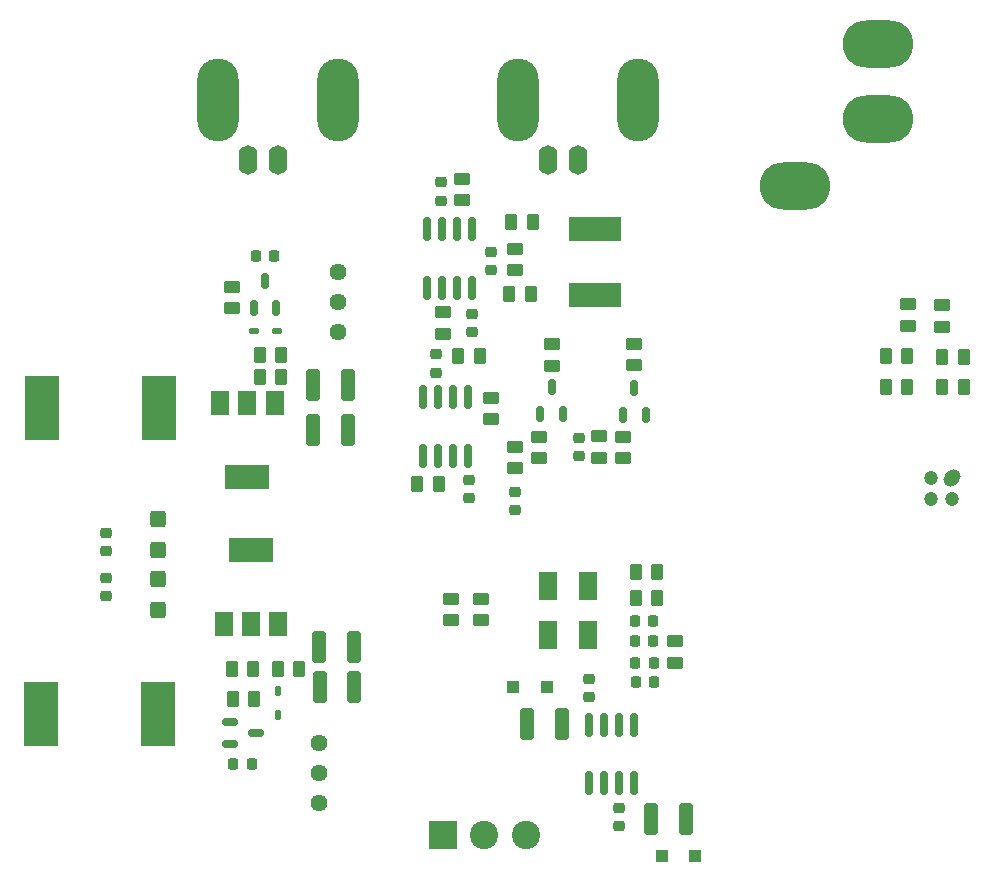
<source format=gbr>
%TF.GenerationSoftware,KiCad,Pcbnew,7.0.10*%
%TF.CreationDate,2024-03-12T19:05:43-04:00*%
%TF.ProjectId,current_controller,63757272-656e-4745-9f63-6f6e74726f6c,rev?*%
%TF.SameCoordinates,Original*%
%TF.FileFunction,Soldermask,Top*%
%TF.FilePolarity,Negative*%
%FSLAX46Y46*%
G04 Gerber Fmt 4.6, Leading zero omitted, Abs format (unit mm)*
G04 Created by KiCad (PCBNEW 7.0.10) date 2024-03-12 19:05:43*
%MOMM*%
%LPD*%
G01*
G04 APERTURE LIST*
G04 Aperture macros list*
%AMRoundRect*
0 Rectangle with rounded corners*
0 $1 Rounding radius*
0 $2 $3 $4 $5 $6 $7 $8 $9 X,Y pos of 4 corners*
0 Add a 4 corners polygon primitive as box body*
4,1,4,$2,$3,$4,$5,$6,$7,$8,$9,$2,$3,0*
0 Add four circle primitives for the rounded corners*
1,1,$1+$1,$2,$3*
1,1,$1+$1,$4,$5*
1,1,$1+$1,$6,$7*
1,1,$1+$1,$8,$9*
0 Add four rect primitives between the rounded corners*
20,1,$1+$1,$2,$3,$4,$5,0*
20,1,$1+$1,$4,$5,$6,$7,0*
20,1,$1+$1,$6,$7,$8,$9,0*
20,1,$1+$1,$8,$9,$2,$3,0*%
%AMHorizOval*
0 Thick line with rounded ends*
0 $1 width*
0 $2 $3 position (X,Y) of the first rounded end (center of the circle)*
0 $4 $5 position (X,Y) of the second rounded end (center of the circle)*
0 Add line between two ends*
20,1,$1,$2,$3,$4,$5,0*
0 Add two circle primitives to create the rounded ends*
1,1,$1,$2,$3*
1,1,$1,$4,$5*%
G04 Aperture macros list end*
%ADD10R,4.500000X2.000000*%
%ADD11RoundRect,0.250000X0.262500X0.450000X-0.262500X0.450000X-0.262500X-0.450000X0.262500X-0.450000X0*%
%ADD12RoundRect,0.250000X-0.425000X0.450000X-0.425000X-0.450000X0.425000X-0.450000X0.425000X0.450000X0*%
%ADD13RoundRect,0.250000X0.325000X1.100000X-0.325000X1.100000X-0.325000X-1.100000X0.325000X-1.100000X0*%
%ADD14RoundRect,0.150000X0.150000X-0.825000X0.150000X0.825000X-0.150000X0.825000X-0.150000X-0.825000X0*%
%ADD15RoundRect,0.225000X-0.250000X0.225000X-0.250000X-0.225000X0.250000X-0.225000X0.250000X0.225000X0*%
%ADD16RoundRect,0.250000X-0.450000X0.262500X-0.450000X-0.262500X0.450000X-0.262500X0.450000X0.262500X0*%
%ADD17RoundRect,0.150000X-0.150000X0.825000X-0.150000X-0.825000X0.150000X-0.825000X0.150000X0.825000X0*%
%ADD18RoundRect,0.225000X0.250000X-0.225000X0.250000X0.225000X-0.250000X0.225000X-0.250000X-0.225000X0*%
%ADD19RoundRect,0.150000X0.150000X-0.512500X0.150000X0.512500X-0.150000X0.512500X-0.150000X-0.512500X0*%
%ADD20C,1.440000*%
%ADD21RoundRect,0.250000X-0.262500X-0.450000X0.262500X-0.450000X0.262500X0.450000X-0.262500X0.450000X0*%
%ADD22RoundRect,0.250000X-0.325000X-1.100000X0.325000X-1.100000X0.325000X1.100000X-0.325000X1.100000X0*%
%ADD23RoundRect,0.250000X0.450000X-0.262500X0.450000X0.262500X-0.450000X0.262500X-0.450000X-0.262500X0*%
%ADD24RoundRect,0.125000X0.275000X0.125000X-0.275000X0.125000X-0.275000X-0.125000X0.275000X-0.125000X0*%
%ADD25R,1.500000X2.000000*%
%ADD26R,3.800000X2.000000*%
%ADD27O,1.600000X2.500000*%
%ADD28O,3.500000X7.000000*%
%ADD29O,6.000000X4.000000*%
%ADD30R,2.900000X5.400000*%
%ADD31RoundRect,0.225000X-0.225000X-0.250000X0.225000X-0.250000X0.225000X0.250000X-0.225000X0.250000X0*%
%ADD32R,2.400000X2.400000*%
%ADD33C,2.400000*%
%ADD34RoundRect,0.225000X0.225000X0.250000X-0.225000X0.250000X-0.225000X-0.250000X0.225000X-0.250000X0*%
%ADD35RoundRect,0.125000X0.125000X-0.275000X0.125000X0.275000X-0.125000X0.275000X-0.125000X-0.275000X0*%
%ADD36HorizOval,1.200000X-0.141421X-0.141421X0.141421X0.141421X0*%
%ADD37C,1.200000*%
%ADD38RoundRect,0.150000X-0.512500X-0.150000X0.512500X-0.150000X0.512500X0.150000X-0.512500X0.150000X0*%
%ADD39R,1.650000X2.410000*%
%ADD40RoundRect,0.250000X-0.300000X-0.300000X0.300000X-0.300000X0.300000X0.300000X-0.300000X0.300000X0*%
G04 APERTURE END LIST*
D10*
%TO.C,L2*%
X100485725Y-62282106D03*
X100485725Y-56682106D03*
%TD*%
D11*
%TO.C,R4*%
X73937500Y-67310000D03*
X72112500Y-67310000D03*
%TD*%
D12*
%TO.C,C7*%
X63500000Y-81200000D03*
X63500000Y-83900000D03*
%TD*%
D13*
%TO.C,C28*%
X80120177Y-95423071D03*
X77170177Y-95423071D03*
%TD*%
D14*
%TO.C,U9*%
X86227500Y-61640702D03*
X87497500Y-61640702D03*
X88767500Y-61640702D03*
X90037500Y-61640702D03*
X90037500Y-56690702D03*
X88767500Y-56690702D03*
X87497500Y-56690702D03*
X86227500Y-56690702D03*
%TD*%
D15*
%TO.C,C13*%
X89800244Y-77936106D03*
X89800244Y-79486106D03*
%TD*%
%TO.C,C12*%
X91688500Y-58631702D03*
X91688500Y-60181702D03*
%TD*%
D16*
%TO.C,R13*%
X107242893Y-91578209D03*
X107242893Y-93403209D03*
%TD*%
%TO.C,R23*%
X93720500Y-58356702D03*
X93720500Y-60181702D03*
%TD*%
%TO.C,R39*%
X93712421Y-75120702D03*
X93712421Y-76945702D03*
%TD*%
%TO.C,R25*%
X88265000Y-87987500D03*
X88265000Y-89812500D03*
%TD*%
D17*
%TO.C,U11*%
X103817687Y-98644558D03*
X102547687Y-98644558D03*
X101277687Y-98644558D03*
X100007687Y-98644558D03*
X100007687Y-103594558D03*
X101277687Y-103594558D03*
X102547687Y-103594558D03*
X103817687Y-103594558D03*
%TD*%
D18*
%TO.C,C4*%
X87451835Y-54293839D03*
X87451835Y-52743839D03*
%TD*%
D19*
%TO.C,Q3*%
X102872105Y-72403090D03*
X104772105Y-72403090D03*
X103822105Y-70128090D03*
%TD*%
D16*
%TO.C,R29*%
X91688500Y-70953202D03*
X91688500Y-72778202D03*
%TD*%
D20*
%TO.C,R44*%
X77105298Y-100197500D03*
X77105298Y-102737500D03*
X77105298Y-105277500D03*
%TD*%
D21*
%TO.C,R26*%
X88902191Y-67422943D03*
X90727191Y-67422943D03*
%TD*%
D22*
%TO.C,C11*%
X105274862Y-106655034D03*
X108224862Y-106655034D03*
%TD*%
D23*
%TO.C,R19*%
X89273199Y-54235085D03*
X89273199Y-52410085D03*
%TD*%
D24*
%TO.C,D2*%
X71604548Y-65307407D03*
X73604548Y-65307407D03*
%TD*%
D25*
%TO.C,U1*%
X73362555Y-71410164D03*
X71062555Y-71410164D03*
D26*
X71062555Y-77710164D03*
D25*
X68762555Y-71410164D03*
%TD*%
D11*
%TO.C,R11*%
X105775058Y-85733949D03*
X103950058Y-85733949D03*
%TD*%
D23*
%TO.C,R38*%
X95752500Y-76108012D03*
X95752500Y-74283012D03*
%TD*%
D27*
%TO.C,J6*%
X99060000Y-50800000D03*
D28*
X93980000Y-45720000D03*
D27*
X96520000Y-50800000D03*
D28*
X104140000Y-45720000D03*
%TD*%
D15*
%TO.C,C18*%
X59055000Y-86220000D03*
X59055000Y-87770000D03*
%TD*%
D13*
%TO.C,C29*%
X80104298Y-92069500D03*
X77154298Y-92069500D03*
%TD*%
D11*
%TO.C,R21*%
X75454298Y-93974500D03*
X73629298Y-93974500D03*
%TD*%
D29*
%TO.C,R42*%
X124460000Y-47346141D03*
X117420000Y-53046141D03*
X124460000Y-41046141D03*
%TD*%
D14*
%TO.C,U10*%
X85945370Y-75864702D03*
X87215370Y-75864702D03*
X88485370Y-75864702D03*
X89755370Y-75864702D03*
X89755370Y-70914702D03*
X88485370Y-70914702D03*
X87215370Y-70914702D03*
X85945370Y-70914702D03*
%TD*%
D12*
%TO.C,C8*%
X63500000Y-86280000D03*
X63500000Y-88980000D03*
%TD*%
D22*
%TO.C,C30*%
X76630000Y-73660000D03*
X79580000Y-73660000D03*
%TD*%
D30*
%TO.C,L3*%
X63468534Y-97777261D03*
X53568534Y-97777261D03*
%TD*%
D31*
%TO.C,C23*%
X103927893Y-95030709D03*
X105477893Y-95030709D03*
%TD*%
D16*
%TO.C,R31*%
X100869526Y-74243548D03*
X100869526Y-76068548D03*
%TD*%
D18*
%TO.C,C14*%
X87055889Y-68843931D03*
X87055889Y-67293931D03*
%TD*%
D21*
%TO.C,R28*%
X93212500Y-62213702D03*
X95037500Y-62213702D03*
%TD*%
D11*
%TO.C,R27*%
X95244500Y-56117702D03*
X93419500Y-56117702D03*
%TD*%
D23*
%TO.C,R37*%
X103829042Y-68225072D03*
X103829042Y-66400072D03*
%TD*%
D11*
%TO.C,R35*%
X126933956Y-67463952D03*
X125108956Y-67463952D03*
%TD*%
%TO.C,R34*%
X131722500Y-67519777D03*
X129897500Y-67519777D03*
%TD*%
D23*
%TO.C,R36*%
X96840260Y-68263893D03*
X96840260Y-66438893D03*
%TD*%
D11*
%TO.C,R20*%
X71644298Y-96514500D03*
X69819298Y-96514500D03*
%TD*%
D21*
%TO.C,R33*%
X129897500Y-70059777D03*
X131722500Y-70059777D03*
%TD*%
D23*
%TO.C,R14*%
X102864500Y-76108012D03*
X102864500Y-74283012D03*
%TD*%
D13*
%TO.C,C16*%
X97692995Y-98631642D03*
X94742995Y-98631642D03*
%TD*%
D22*
%TO.C,C20*%
X76630000Y-69850000D03*
X79580000Y-69850000D03*
%TD*%
D16*
%TO.C,R22*%
X90805000Y-87987500D03*
X90805000Y-89812500D03*
%TD*%
D18*
%TO.C,C21*%
X93720500Y-80501702D03*
X93720500Y-78951702D03*
%TD*%
D15*
%TO.C,C9*%
X99110802Y-74370445D03*
X99110802Y-75920445D03*
%TD*%
D25*
%TO.C,U3*%
X69064923Y-90167691D03*
X71364923Y-90167691D03*
D26*
X71364923Y-83867691D03*
D25*
X73664923Y-90167691D03*
%TD*%
D32*
%TO.C,J2*%
X87615000Y-107950000D03*
D33*
X91115000Y-107950000D03*
X94615000Y-107950000D03*
%TD*%
D30*
%TO.C,L1*%
X63554961Y-71799284D03*
X53654961Y-71799284D03*
%TD*%
D23*
%TO.C,R40*%
X126998379Y-64887442D03*
X126998379Y-63062442D03*
%TD*%
D15*
%TO.C,C10*%
X59055000Y-82410000D03*
X59055000Y-83960000D03*
%TD*%
D21*
%TO.C,R30*%
X85419873Y-78276118D03*
X87244873Y-78276118D03*
%TD*%
D34*
%TO.C,C2*%
X73313332Y-58986955D03*
X71763332Y-58986955D03*
%TD*%
D35*
%TO.C,D4*%
X73623528Y-95807690D03*
X73623528Y-97807690D03*
%TD*%
D36*
%TO.C,U5*%
X130701051Y-77788726D03*
D37*
X128905000Y-77788726D03*
X128905000Y-79584777D03*
X130701051Y-79584777D03*
%TD*%
D21*
%TO.C,R9*%
X69739298Y-93974500D03*
X71564298Y-93974500D03*
%TD*%
D16*
%TO.C,R5*%
X69741682Y-61574210D03*
X69741682Y-63399210D03*
%TD*%
D23*
%TO.C,R24*%
X87624500Y-65562702D03*
X87624500Y-63737702D03*
%TD*%
D28*
%TO.C,J4*%
X78740000Y-45720000D03*
D27*
X71120000Y-50800000D03*
D28*
X68580000Y-45720000D03*
D27*
X73660000Y-50800000D03*
%TD*%
D15*
%TO.C,C26*%
X102535191Y-105717397D03*
X102535191Y-107267397D03*
%TD*%
D19*
%TO.C,Q1*%
X71588332Y-63394455D03*
X73488332Y-63394455D03*
X72538332Y-61119455D03*
%TD*%
%TO.C,Q4*%
X95877292Y-72373702D03*
X97777292Y-72373702D03*
X96827292Y-70098702D03*
%TD*%
D23*
%TO.C,R41*%
X129897500Y-64979777D03*
X129897500Y-63154777D03*
%TD*%
D20*
%TO.C,R43*%
X78740000Y-60325000D03*
X78740000Y-62865000D03*
X78740000Y-65405000D03*
%TD*%
D15*
%TO.C,C3*%
X90048116Y-63842340D03*
X90048116Y-65392340D03*
%TD*%
D21*
%TO.C,R12*%
X103942127Y-87900140D03*
X105767127Y-87900140D03*
%TD*%
D15*
%TO.C,C27*%
X100022640Y-94791900D03*
X100022640Y-96341900D03*
%TD*%
D31*
%TO.C,C19*%
X69873578Y-101957366D03*
X71423578Y-101957366D03*
%TD*%
D38*
%TO.C,Q2*%
X69551798Y-98424500D03*
X69551798Y-100324500D03*
X71826798Y-99374500D03*
%TD*%
D39*
%TO.C,R45*%
X96492511Y-91079411D03*
X96492511Y-86889411D03*
X99922511Y-91079411D03*
X99922511Y-86889411D03*
%TD*%
D21*
%TO.C,R10*%
X125095000Y-70059777D03*
X126920000Y-70059777D03*
%TD*%
D40*
%TO.C,D3*%
X93586283Y-95440200D03*
X96386283Y-95440200D03*
%TD*%
D11*
%TO.C,R6*%
X73937500Y-69215000D03*
X72112500Y-69215000D03*
%TD*%
D31*
%TO.C,C5*%
X103863895Y-91532913D03*
X105413895Y-91532913D03*
%TD*%
D40*
%TO.C,D1*%
X106136723Y-109806737D03*
X108936723Y-109806737D03*
%TD*%
D31*
%TO.C,C6*%
X103916076Y-93411797D03*
X105466076Y-93411797D03*
%TD*%
D34*
%TO.C,C22*%
X105417500Y-89899702D03*
X103867500Y-89899702D03*
%TD*%
M02*

</source>
